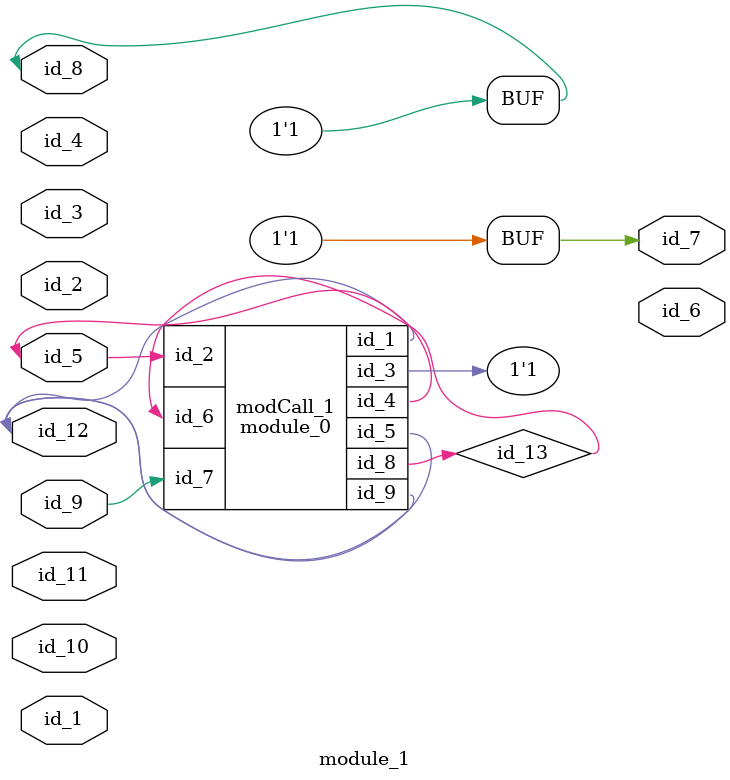
<source format=v>
module module_0 (
    id_1,
    id_2,
    id_3,
    id_4,
    id_5,
    id_6,
    id_7,
    id_8,
    id_9
);
  inout wire id_9;
  inout wire id_8;
  input wire id_7;
  input wire id_6;
  inout wire id_5;
  inout wire id_4;
  inout wire id_3;
  input wire id_2;
  inout wire id_1;
  wire id_10;
  assign module_1.id_8 = 0;
endmodule
module module_1 (
    id_1,
    id_2,
    id_3,
    id_4,
    id_5,
    id_6,
    id_7,
    id_8,
    id_9,
    id_10,
    id_11,
    id_12
);
  inout wire id_12;
  input wire id_11;
  input wire id_10;
  inout wire id_9;
  inout wire id_8;
  output wire id_7;
  output wire id_6;
  inout wire id_5;
  inout wire id_4;
  inout wire id_3;
  inout wire id_2;
  inout wire id_1;
  assign id_7 = 1 <= 1;
  wire id_13;
  module_0 modCall_1 (
      id_12,
      id_5,
      id_8,
      id_5,
      id_12,
      id_13,
      id_9,
      id_13,
      id_12
  );
  final $display();
  always @(1 >= 1 or 1) id_8 = 1;
endmodule

</source>
